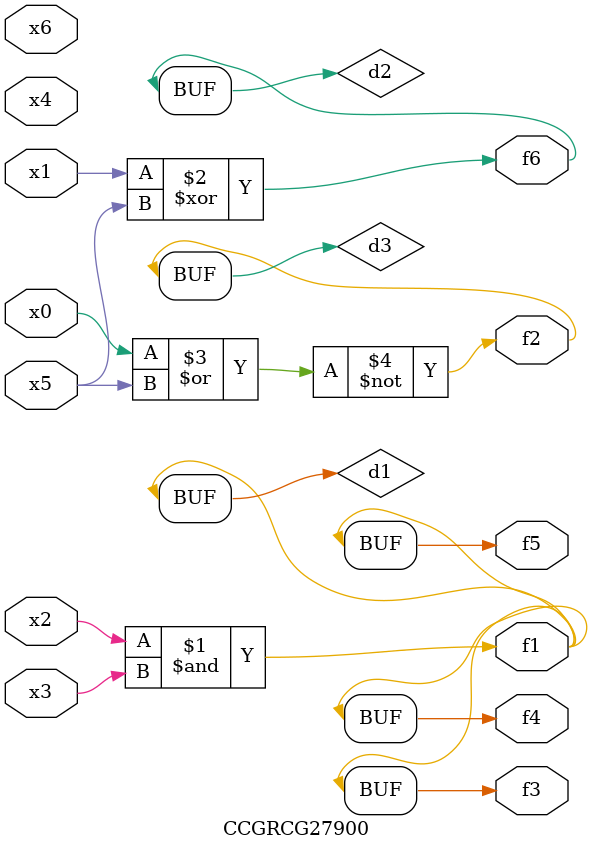
<source format=v>
module CCGRCG27900(
	input x0, x1, x2, x3, x4, x5, x6,
	output f1, f2, f3, f4, f5, f6
);

	wire d1, d2, d3;

	and (d1, x2, x3);
	xor (d2, x1, x5);
	nor (d3, x0, x5);
	assign f1 = d1;
	assign f2 = d3;
	assign f3 = d1;
	assign f4 = d1;
	assign f5 = d1;
	assign f6 = d2;
endmodule

</source>
